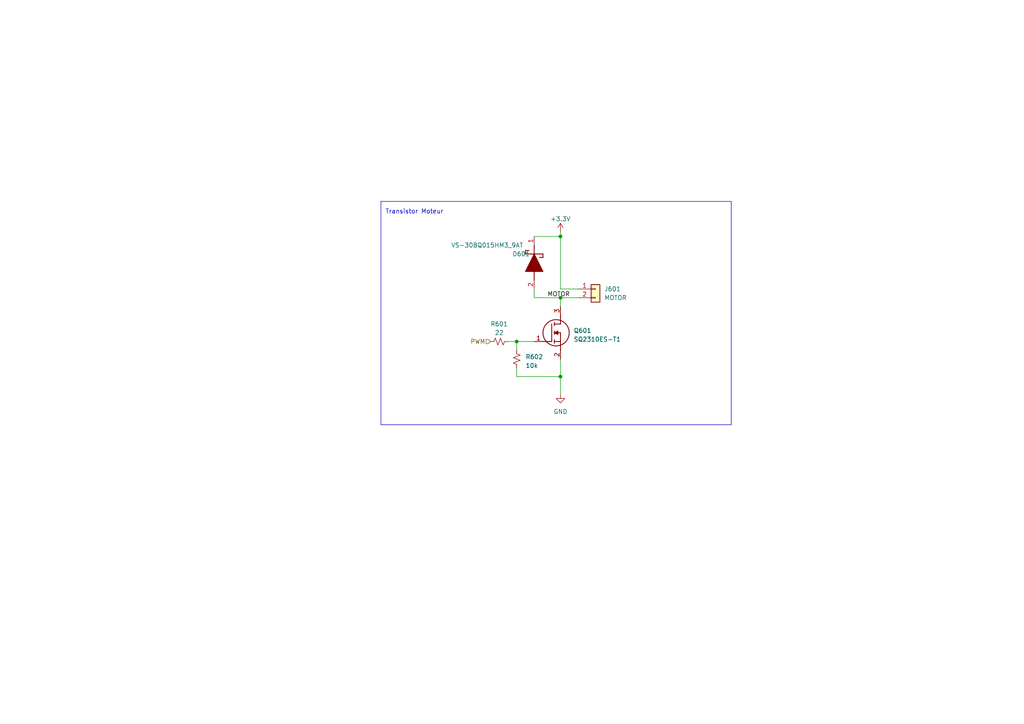
<source format=kicad_sch>
(kicad_sch (version 20231120) (generator "eeschema") (generator_version "8.0")
  (paper "A4")
  (lib_symbols
    (symbol "Connector_Generic:Conn_01x02" (pin_names (offset 1.016) hide)
      (property "Reference" "J" (at 0 2.54 0))
      (property "Value" "Conn_01x02" (at 0 -5.08 0))
      (symbol "Conn_01x02_1_1"
        (rectangle (start -1.27 -2.413) (end 0 -2.667) (stroke (width 0.1524)))
        (rectangle (start -1.27 0.127) (end 0 -0.127) (stroke (width 0.1524)))
        (rectangle (start -1.27 1.27) (end 1.27 -3.81) (stroke (width 0.254)) (fill (type background)))
        (pin passive line (at -5.08 0 0) (length 3.81) (name "Pin_1") (number "1"))
        (pin passive line (at -5.08 -2.54 0) (length 3.81) (name "Pin_2") (number "2"))
      )
    )
    (symbol "Device:R_Small_US" (pin_numbers hide) (pin_names (offset 0.254) hide)
      (property "Reference" "R" (at 0.762 0.508 0))
      (property "Value" "R_Small_US" (at 0.762 -1.016 0))
      (symbol "R_Small_US_1_1"
        (polyline (pts (xy 0 0) (xy 1.016 -0.381) (xy 0 -0.762) (xy -1.016 -1.143) (xy 0 -1.524)))
        (polyline (pts (xy 0 1.524) (xy 1.016 1.143) (xy 0 0.762) (xy -1.016 0.381) (xy 0 0)))
        (pin passive line (at 0 2.54 270) (length 1.016) (name "~") (number "1"))
        (pin passive line (at 0 -2.54 90) (length 1.016) (name "~") (number "2"))
      )
    )
    (symbol "SQ2310ES-T1:SQ2310ES-T1" (pin_names hide)
      (property "Reference" "Q" (at 11.43 3.81 0))
      (property "Value" "SQ2310ES-T1" (at 11.43 1.27 0))
      (symbol "SQ2310ES-T1_1_1"
        (polyline (pts (xy 2.54 0) (xy 5.08 0)) (stroke (width 0.254)))
        (polyline (pts (xy 5.08 5.08) (xy 5.08 0)) (stroke (width 0.254)))
        (polyline (pts (xy 5.842 -0.508) (xy 5.842 0.508)) (stroke (width 0.254)))
        (polyline (pts (xy 5.842 0) (xy 7.62 0)) (stroke (width 0.254)))
        (polyline (pts (xy 5.842 2.032) (xy 5.842 3.048)) (stroke (width 0.254)))
        (polyline (pts (xy 5.842 5.588) (xy 5.842 4.572)) (stroke (width 0.254)))
        (polyline (pts (xy 7.62 2.54) (xy 5.842 2.54)) (stroke (width 0.254)))
        (polyline (pts (xy 7.62 2.54) (xy 7.62 -2.54)) (stroke (width 0.254)))
        (polyline (pts (xy 7.62 5.08) (xy 5.842 5.08)) (stroke (width 0.254)))
        (polyline (pts (xy 7.62 5.08) (xy 7.62 7.62)) (stroke (width 0.254)))
        (polyline (pts (xy 5.842 2.54) (xy 6.858 3.048) (xy 6.858 2.032) (xy 5.842 2.54)) (stroke (width 0.254)) (fill (type outline)))
        (circle (center 6.35 2.54) (radius 3.81) (stroke (width 0.254)))
        (pin passive line (at 0 0 0) (length 2.54) (name "G") (number "1"))
        (pin passive line (at 7.62 -5.08 90) (length 2.54) (name "S") (number "2"))
        (pin passive line (at 7.62 10.16 270) (length 2.54) (name "D") (number "3"))
      )
    )
    (symbol "VS-30BQ015HM3_9AT:VS-30BQ015HM3_9AT" (pin_names hide)
      (property "Reference" "D" (at 12.7 8.89 0))
      (property "Value" "VS-30BQ015HM3_9AT" (at 12.7 6.35 0))
      (symbol "VS-30BQ015HM3_9AT_1_1"
        (polyline (pts (xy 5.08 0) (xy 7.62 0)) (stroke (width 0.254)))
        (polyline (pts (xy 6.604 -1.524) (xy 6.604 -2.54)) (stroke (width 0.254)))
        (polyline (pts (xy 7.62 -2.54) (xy 6.604 -2.54)) (stroke (width 0.254)))
        (polyline (pts (xy 7.62 2.54) (xy 7.62 -2.54)) (stroke (width 0.254)))
        (polyline (pts (xy 7.62 2.54) (xy 8.636 2.54)) (stroke (width 0.254)))
        (polyline (pts (xy 8.636 1.524) (xy 8.636 2.54)) (stroke (width 0.254)))
        (polyline (pts (xy 12.7 0) (xy 15.24 0)) (stroke (width 0.254)))
        (polyline (pts (xy 7.62 0) (xy 12.7 2.54) (xy 12.7 -2.54) (xy 7.62 0)) (stroke (width 0.254)) (fill (type outline)))
        (pin passive line (at 2.54 0 0) (length 2.54) (name "K") (number "1"))
        (pin passive line (at 17.78 0 180) (length 2.54) (name "A") (number "2"))
      )
    )
    (symbol "power:+3.3V" (power) (pin_names (offset 0))
      (property "Value" "+3.3V" (at 0 3.556 0))
      (symbol "+3.3V_0_1"
        (polyline (pts (xy -0.762 1.27) (xy 0 2.54)))
        (polyline (pts (xy 0 0) (xy 0 2.54)))
        (polyline (pts (xy 0 2.54) (xy 0.762 1.27)))
      )
      (symbol "+3.3V_1_1"
        (pin power_in line (at 0 0 90) (length 0) hide (name "+3.3V") (number "1"))
      )
    )
    (symbol "power:GND" (power) (pin_names (offset 0))
      (property "Value" "GND" (at 0 -3.81 0))
      (symbol "GND_0_1"
        (polyline (pts (xy 0 0) (xy 0 -1.27) (xy 1.27 -1.27) (xy 0 -2.54) (xy -1.27 -1.27) (xy 0 -1.27)))
      )
      (symbol "GND_1_1"
        (pin power_in line (at 0 0 270) (length 0) hide (name "GND") (number "1"))
      )
    )
  )
  (junction (at 162.56 68.58))
  (junction (at 162.56 86.36))
  (junction (at 162.56 109.22))
  (junction (at 149.86 99.06))
  (wire (pts (xy 162.56 83.82) (xy 167.64 83.82)))
  (wire (pts (xy 162.56 104.14) (xy 162.56 109.22)))
  (wire (pts (xy 154.94 83.82) (xy 154.94 86.36)))
  (wire (pts (xy 154.94 68.58) (xy 162.56 68.58)))
  (wire (pts (xy 162.56 109.22) (xy 162.56 114.3)))
  (wire (pts (xy 147.32 99.06) (xy 149.86 99.06)))
  (polyline (pts (xy 110.49 58.42) (xy 110.49 123.19)))
  (wire (pts (xy 162.56 68.58) (xy 162.56 83.82)))
  (wire (pts (xy 149.86 99.06) (xy 154.94 99.06)))
  (wire (pts (xy 154.94 86.36) (xy 162.56 86.36)))
  (wire (pts (xy 149.86 101.6) (xy 149.86 99.06)))
  (polyline (pts (xy 212.09 123.19) (xy 110.49 123.19)))
  (wire (pts (xy 149.86 109.22) (xy 162.56 109.22)))
  (wire (pts (xy 149.86 106.68) (xy 149.86 109.22)))
  (wire (pts (xy 162.56 86.36) (xy 162.56 88.9)))
  (polyline (pts (xy 110.49 58.42) (xy 212.09 58.42)))
  (polyline (pts (xy 212.09 58.42) (xy 212.09 123.19)))
  (wire (pts (xy 162.56 86.36) (xy 167.64 86.36)))
  (wire (pts (xy 162.56 67.31) (xy 162.56 68.58)))
  (text "Transistor Moteur" (at 111.76 62.23 0) (effects (font (size 1.27 1.27)) (justify left bottom)))
  (label "MOTOR" (at 158.75 86.36 0))
  (hierarchical_label "PWM" (shape input) (at 142.24 99.06 180))
  (symbol (lib_id "power:+3.3V") (at 162.56 67.31 0) (unit 1)
    (property "Reference" "#PWR0601" (effects (hide yes)))
    (property "Value" "+3.3V" (at 162.56 63.5 0))
  )
  (symbol (lib_id "Device:R_Small_US") (at 144.78 99.06 90) (unit 1)
    (property "Reference" "R601" (at 144.78 93.98 90))
    (property "Value" "22" (at 144.78 96.52 90))
    (property "Footprint" "Resistor_SMD:R_0402_1005Metric" (effects (hide yes)))
  )
  (symbol (lib_id "Device:R_Small_US") (at 149.86 104.14 0) (unit 1)
    (property "Reference" "R602" (at 152.4 103.505 0) (effects (justify left)))
    (property "Value" "10k" (at 152.4 106.045 0) (effects (justify left)))
    (property "Footprint" "Resistor_SMD:R_0402_1005Metric" (effects (hide yes)))
  )
  (symbol (lib_id "Connector_Generic:Conn_01x02") (at 172.72 83.82 0) (unit 1)
    (property "Reference" "J601" (at 175.26 83.8199 0) (effects (justify left)))
    (property "Value" "MOTOR" (at 175.26 86.3599 0) (effects (justify left)))
    (property "Footprint" "Connector_PinHeader_1.27mm:PinHeader_1x02_P1.27mm_Vertical" (effects (hide yes)))
  )
  (symbol (lib_id "power:GND") (at 162.56 114.3 0) (unit 1)
    (property "Reference" "#PWR0602" (effects (hide yes)))
    (property "Value" "GND" (at 162.56 119.38 0))
  )
  (symbol (lib_id "SQ2310ES-T1:SQ2310ES-T1") (at 154.94 99.06 0) (unit 1)
    (property "Reference" "Q601" (at 166.37 95.885 0) (effects (justify left)))
    (property "Value" "SQ2310ES-T1" (at 166.37 98.425 0) (effects (justify left)))
    (property "Footprint" "mod:SOT95P237X112-3N" (effects (hide yes)))
    (property "Datasheet" "https://www.vishay.com/doc?67036" (effects (hide yes)))
    (property "Height" "1.12" (effects (hide yes)))
    (property "Manufacturer_Name" "Vishay" (effects (hide yes)))
    (property "Manufacturer_Part_Number" "SQ2310ES-T1" (effects (hide yes)))
  )
  (symbol (lib_id "VS-30BQ015HM3_9AT:VS-30BQ015HM3_9AT") (at 154.94 66.04 270) (unit 1)
    (property "Reference" "D601" (at 148.59 73.66 90) (effects (justify left)))
    (property "Value" "VS-30BQ015HM3_9AT" (at 130.81 71.12 90) (effects (justify left)))
    (property "Footprint" "mod:DIOM7959X262N" (effects (hide yes)))
    (property "Datasheet" "https://www.vishay.com/docs/94842/vs-30bq015hm3.pdf" (effects (hide yes)))
    (property "Height" "2.62" (effects (hide yes)))
    (property "Manufacturer_Name" "Vishay" (effects (hide yes)))
    (property "Manufacturer_Part_Number" "VS-30BQ015HM3/9AT" (effects (hide yes)))
    (property "Mouser Part Number" "78-VS-30BQ015HM39AT" (effects (hide yes)))
    (property "Mouser Price/Stock" "https://www.mouser.co.uk/ProductDetail/Vishay-Semiconductors/VS-30BQ015HM3-9AT?qs=3SS1MhAOHqoxJr5%2F3aw8DA%3D%3D" (effects (hide yes)))
  )
)
</source>
